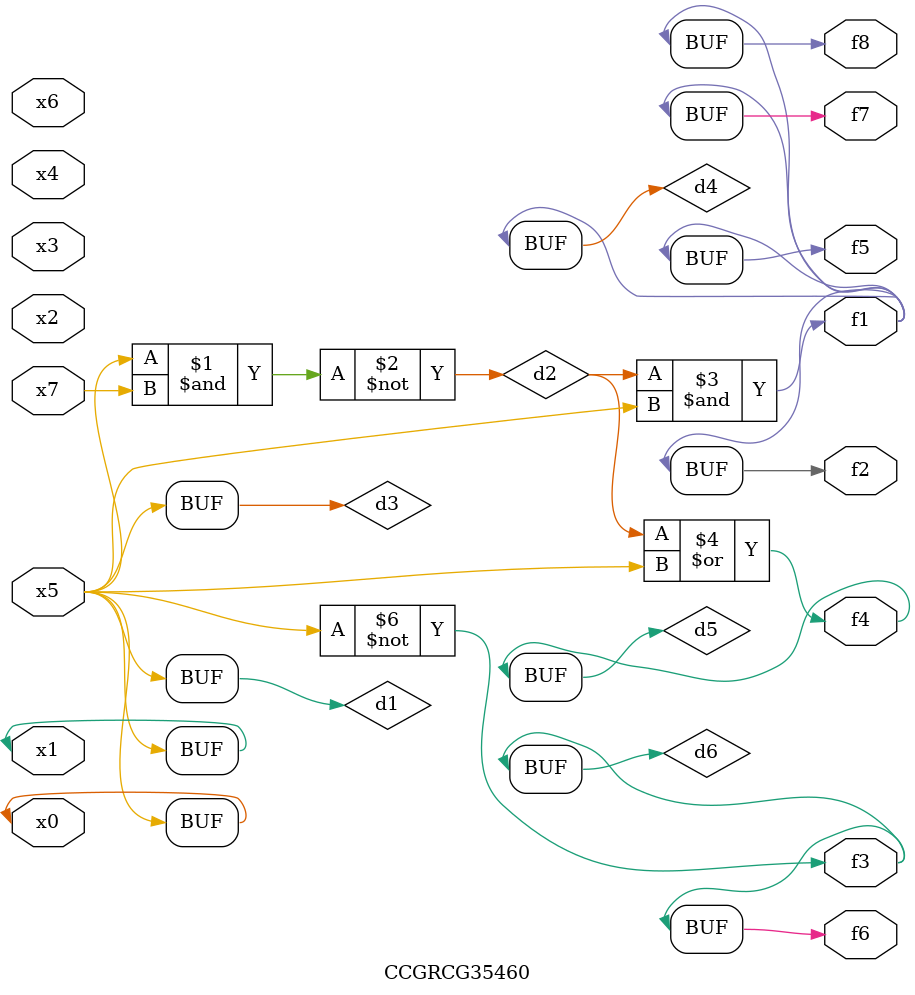
<source format=v>
module CCGRCG35460(
	input x0, x1, x2, x3, x4, x5, x6, x7,
	output f1, f2, f3, f4, f5, f6, f7, f8
);

	wire d1, d2, d3, d4, d5, d6;

	buf (d1, x0, x5);
	nand (d2, x5, x7);
	buf (d3, x0, x1);
	and (d4, d2, d3);
	or (d5, d2, d3);
	nor (d6, d1, d3);
	assign f1 = d4;
	assign f2 = d4;
	assign f3 = d6;
	assign f4 = d5;
	assign f5 = d4;
	assign f6 = d6;
	assign f7 = d4;
	assign f8 = d4;
endmodule

</source>
